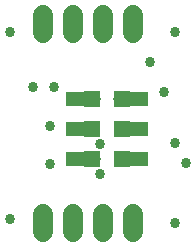
<source format=gbr>
G04 EAGLE Gerber RS-274X export*
G75*
%MOMM*%
%FSLAX34Y34*%
%LPD*%
%INSoldermask Bottom*%
%IPPOS*%
%AMOC8*
5,1,8,0,0,1.08239X$1,22.5*%
G01*
%ADD10R,1.587500X1.270000*%
%ADD11R,1.905000X1.270000*%
%ADD12C,1.676400*%
%ADD13R,1.422400X1.422400*%
%ADD14C,0.858000*%


D10*
X128588Y130175D03*
X74613Y104775D03*
X74613Y130175D03*
D11*
X76200Y79375D03*
X127000Y79375D03*
X127000Y104775D03*
D12*
X47625Y33020D02*
X47625Y17780D01*
X73025Y17780D02*
X73025Y33020D01*
X98425Y33020D02*
X98425Y17780D01*
X123825Y17780D02*
X123825Y33020D01*
D13*
X114300Y130175D03*
X114300Y104775D03*
X114300Y79375D03*
X88900Y79375D03*
X88900Y104775D03*
X88900Y130175D03*
D12*
X47625Y186055D02*
X47625Y201295D01*
X73025Y201295D02*
X73025Y186055D01*
X98425Y186055D02*
X98425Y201295D01*
X123825Y201295D02*
X123825Y186055D01*
D14*
X150019Y136525D03*
X168275Y76200D03*
X39125Y140891D03*
X53181Y107388D03*
X53181Y75638D03*
X111125Y130175D03*
X19050Y28575D03*
X158750Y25400D03*
X158750Y187325D03*
X19050Y187325D03*
X159147Y93266D03*
X137881Y161925D03*
X56125Y140891D03*
X92075Y130175D03*
X92075Y79375D03*
X95250Y92075D03*
X95250Y66675D03*
M02*

</source>
